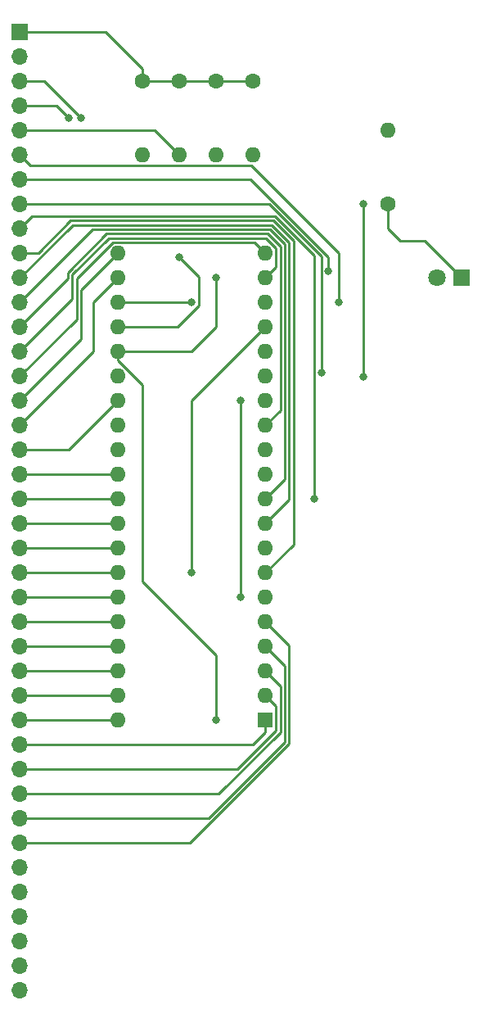
<source format=gbr>
%TF.GenerationSoftware,KiCad,Pcbnew,5.1.6-c6e7f7d~87~ubuntu18.04.1*%
%TF.CreationDate,2020-07-13T16:41:44+01:00*%
%TF.ProjectId,Z80_Rev2,5a38305f-5265-4763-922e-6b696361645f,rev?*%
%TF.SameCoordinates,Original*%
%TF.FileFunction,Copper,L1,Top*%
%TF.FilePolarity,Positive*%
%FSLAX46Y46*%
G04 Gerber Fmt 4.6, Leading zero omitted, Abs format (unit mm)*
G04 Created by KiCad (PCBNEW 5.1.6-c6e7f7d~87~ubuntu18.04.1) date 2020-07-13 16:41:44*
%MOMM*%
%LPD*%
G01*
G04 APERTURE LIST*
%TA.AperFunction,ComponentPad*%
%ADD10O,1.600000X1.600000*%
%TD*%
%TA.AperFunction,ComponentPad*%
%ADD11R,1.600000X1.600000*%
%TD*%
%TA.AperFunction,ComponentPad*%
%ADD12C,1.600000*%
%TD*%
%TA.AperFunction,ComponentPad*%
%ADD13O,1.700000X1.700000*%
%TD*%
%TA.AperFunction,ComponentPad*%
%ADD14R,1.700000X1.700000*%
%TD*%
%TA.AperFunction,ComponentPad*%
%ADD15C,1.800000*%
%TD*%
%TA.AperFunction,ComponentPad*%
%ADD16R,1.800000X1.800000*%
%TD*%
%TA.AperFunction,ViaPad*%
%ADD17C,0.800000*%
%TD*%
%TA.AperFunction,Conductor*%
%ADD18C,0.250000*%
%TD*%
G04 APERTURE END LIST*
D10*
%TO.P,U1,40*%
%TO.N,A10*%
X88900000Y-101600000D03*
%TO.P,U1,20*%
%TO.N,IORQ*%
X104140000Y-53340000D03*
%TO.P,U1,39*%
%TO.N,A9*%
X88900000Y-99060000D03*
%TO.P,U1,19*%
%TO.N,MREQ*%
X104140000Y-55880000D03*
%TO.P,U1,38*%
%TO.N,A8*%
X88900000Y-96520000D03*
%TO.P,U1,18*%
%TO.N,Net-(D1-Pad2)*%
X104140000Y-58420000D03*
%TO.P,U1,37*%
%TO.N,A7*%
X88900000Y-93980000D03*
%TO.P,U1,17*%
%TO.N,NMI*%
X104140000Y-60960000D03*
%TO.P,U1,36*%
%TO.N,A6*%
X88900000Y-91440000D03*
%TO.P,U1,16*%
%TO.N,INT*%
X104140000Y-63500000D03*
%TO.P,U1,35*%
%TO.N,A5*%
X88900000Y-88900000D03*
%TO.P,U1,15*%
%TO.N,D1*%
X104140000Y-66040000D03*
%TO.P,U1,34*%
%TO.N,A4*%
X88900000Y-86360000D03*
%TO.P,U1,14*%
%TO.N,D0*%
X104140000Y-68580000D03*
%TO.P,U1,33*%
%TO.N,A3*%
X88900000Y-83820000D03*
%TO.P,U1,13*%
%TO.N,D7*%
X104140000Y-71120000D03*
%TO.P,U1,32*%
%TO.N,A2*%
X88900000Y-81280000D03*
%TO.P,U1,12*%
%TO.N,D2*%
X104140000Y-73660000D03*
%TO.P,U1,31*%
%TO.N,A1*%
X88900000Y-78740000D03*
%TO.P,U1,11*%
%TO.N,+5V*%
X104140000Y-76200000D03*
%TO.P,U1,30*%
%TO.N,A0*%
X88900000Y-76200000D03*
%TO.P,U1,10*%
%TO.N,D6*%
X104140000Y-78740000D03*
%TO.P,U1,29*%
%TO.N,GND*%
X88900000Y-73660000D03*
%TO.P,U1,9*%
%TO.N,D5*%
X104140000Y-81280000D03*
%TO.P,U1,28*%
%TO.N,Net-(U1-Pad28)*%
X88900000Y-71120000D03*
%TO.P,U1,8*%
%TO.N,D3*%
X104140000Y-83820000D03*
%TO.P,U1,27*%
%TO.N,M1*%
X88900000Y-68580000D03*
%TO.P,U1,7*%
%TO.N,D4*%
X104140000Y-86360000D03*
%TO.P,U1,26*%
%TO.N,RESET*%
X88900000Y-66040000D03*
%TO.P,U1,6*%
%TO.N,CLK*%
X104140000Y-88900000D03*
%TO.P,U1,25*%
%TO.N,BUSREQ*%
X88900000Y-63500000D03*
%TO.P,U1,5*%
%TO.N,A15*%
X104140000Y-91440000D03*
%TO.P,U1,24*%
%TO.N,WAIT*%
X88900000Y-60960000D03*
%TO.P,U1,4*%
%TO.N,A14*%
X104140000Y-93980000D03*
%TO.P,U1,23*%
%TO.N,BUSACK*%
X88900000Y-58420000D03*
%TO.P,U1,3*%
%TO.N,A13*%
X104140000Y-96520000D03*
%TO.P,U1,22*%
%TO.N,WR*%
X88900000Y-55880000D03*
%TO.P,U1,2*%
%TO.N,A12*%
X104140000Y-99060000D03*
%TO.P,U1,21*%
%TO.N,RD*%
X88900000Y-53340000D03*
D11*
%TO.P,U1,1*%
%TO.N,A11*%
X104140000Y-101600000D03*
%TD*%
D10*
%TO.P,R5,2*%
%TO.N,GND*%
X116840000Y-40640000D03*
D12*
%TO.P,R5,1*%
%TO.N,Net-(D1-Pad1)*%
X116840000Y-48260000D03*
%TD*%
D10*
%TO.P,R4,2*%
%TO.N,BUSREQ*%
X99060000Y-43180000D03*
D12*
%TO.P,R4,1*%
%TO.N,+5V*%
X99060000Y-35560000D03*
%TD*%
D10*
%TO.P,R3,2*%
%TO.N,WAIT*%
X91440000Y-43180000D03*
D12*
%TO.P,R3,1*%
%TO.N,+5V*%
X91440000Y-35560000D03*
%TD*%
D10*
%TO.P,R2,2*%
%TO.N,INT*%
X95250000Y-43180000D03*
D12*
%TO.P,R2,1*%
%TO.N,+5V*%
X95250000Y-35560000D03*
%TD*%
D10*
%TO.P,R1,2*%
%TO.N,NMI*%
X102870000Y-43180000D03*
D12*
%TO.P,R1,1*%
%TO.N,+5V*%
X102870000Y-35560000D03*
%TD*%
D13*
%TO.P,J1,40*%
%TO.N,Net-(J1-Pad40)*%
X78740000Y-129540000D03*
%TO.P,J1,39*%
%TO.N,Net-(J1-Pad39)*%
X78740000Y-127000000D03*
%TO.P,J1,38*%
%TO.N,BUSACK*%
X78740000Y-124460000D03*
%TO.P,J1,37*%
%TO.N,BUSREQ*%
X78740000Y-121920000D03*
%TO.P,J1,36*%
%TO.N,WAIT*%
X78740000Y-119380000D03*
%TO.P,J1,35*%
%TO.N,NMI*%
X78740000Y-116840000D03*
%TO.P,J1,34*%
%TO.N,A15*%
X78740000Y-114300000D03*
%TO.P,J1,33*%
%TO.N,A14*%
X78740000Y-111760000D03*
%TO.P,J1,32*%
%TO.N,A13*%
X78740000Y-109220000D03*
%TO.P,J1,31*%
%TO.N,A12*%
X78740000Y-106680000D03*
%TO.P,J1,30*%
%TO.N,A11*%
X78740000Y-104140000D03*
%TO.P,J1,29*%
%TO.N,A10*%
X78740000Y-101600000D03*
%TO.P,J1,28*%
%TO.N,A9*%
X78740000Y-99060000D03*
%TO.P,J1,27*%
%TO.N,A8*%
X78740000Y-96520000D03*
%TO.P,J1,26*%
%TO.N,A7*%
X78740000Y-93980000D03*
%TO.P,J1,25*%
%TO.N,A6*%
X78740000Y-91440000D03*
%TO.P,J1,24*%
%TO.N,A5*%
X78740000Y-88900000D03*
%TO.P,J1,23*%
%TO.N,A4*%
X78740000Y-86360000D03*
%TO.P,J1,22*%
%TO.N,A3*%
X78740000Y-83820000D03*
%TO.P,J1,21*%
%TO.N,A2*%
X78740000Y-81280000D03*
%TO.P,J1,20*%
%TO.N,A1*%
X78740000Y-78740000D03*
%TO.P,J1,19*%
%TO.N,A0*%
X78740000Y-76200000D03*
%TO.P,J1,18*%
%TO.N,M1*%
X78740000Y-73660000D03*
%TO.P,J1,17*%
%TO.N,WR*%
X78740000Y-71120000D03*
%TO.P,J1,16*%
%TO.N,RD*%
X78740000Y-68580000D03*
%TO.P,J1,15*%
%TO.N,IORQ*%
X78740000Y-66040000D03*
%TO.P,J1,14*%
%TO.N,MREQ*%
X78740000Y-63500000D03*
%TO.P,J1,13*%
%TO.N,D7*%
X78740000Y-60960000D03*
%TO.P,J1,12*%
%TO.N,D6*%
X78740000Y-58420000D03*
%TO.P,J1,11*%
%TO.N,D5*%
X78740000Y-55880000D03*
%TO.P,J1,10*%
%TO.N,D4*%
X78740000Y-53340000D03*
%TO.P,J1,9*%
%TO.N,D3*%
X78740000Y-50800000D03*
%TO.P,J1,8*%
%TO.N,D2*%
X78740000Y-48260000D03*
%TO.P,J1,7*%
%TO.N,D1*%
X78740000Y-45720000D03*
%TO.P,J1,6*%
%TO.N,D0*%
X78740000Y-43180000D03*
%TO.P,J1,5*%
%TO.N,INT*%
X78740000Y-40640000D03*
%TO.P,J1,4*%
%TO.N,RESET*%
X78740000Y-38100000D03*
%TO.P,J1,3*%
%TO.N,CLK*%
X78740000Y-35560000D03*
%TO.P,J1,2*%
%TO.N,GND*%
X78740000Y-33020000D03*
D14*
%TO.P,J1,1*%
%TO.N,+5V*%
X78740000Y-30480000D03*
%TD*%
D15*
%TO.P,D1,2*%
%TO.N,Net-(D1-Pad2)*%
X121920000Y-55880000D03*
D16*
%TO.P,D1,1*%
%TO.N,Net-(D1-Pad1)*%
X124460000Y-55880000D03*
%TD*%
D17*
%TO.N,+5V*%
X114300000Y-48260000D03*
X114255001Y-66084999D03*
%TO.N,BUSACK*%
X101600000Y-88900000D03*
X101600000Y-68580000D03*
X96520000Y-58420000D03*
%TO.N,BUSREQ*%
X99060000Y-101600000D03*
X99060000Y-55880000D03*
%TO.N,WAIT*%
X95262059Y-53780109D03*
%TO.N,NMI*%
X96520000Y-86360000D03*
%TO.N,D3*%
X109220000Y-78740000D03*
%TO.N,D2*%
X109945000Y-65707180D03*
%TO.N,D1*%
X110670000Y-55164460D03*
%TO.N,D0*%
X111760000Y-58420000D03*
%TO.N,RESET*%
X83820000Y-39370000D03*
%TO.N,CLK*%
X85090000Y-39370000D03*
%TD*%
D18*
%TO.N,+5V*%
X78740000Y-30480000D02*
X85090000Y-30480000D01*
X85090000Y-30480000D02*
X87630000Y-30480000D01*
X87630000Y-30480000D02*
X88900000Y-31750000D01*
X91440000Y-35560000D02*
X102870000Y-35560000D01*
X91440000Y-34290000D02*
X87630000Y-30480000D01*
X91440000Y-35560000D02*
X91440000Y-34290000D01*
X114300000Y-48260000D02*
X114300000Y-66040000D01*
X114300000Y-66040000D02*
X114255001Y-66084999D01*
%TO.N,Net-(D1-Pad1)*%
X116840000Y-48260000D02*
X116840000Y-50800000D01*
X116840000Y-50800000D02*
X118110000Y-52070000D01*
X120650000Y-52070000D02*
X124460000Y-55880000D01*
X118110000Y-52070000D02*
X120650000Y-52070000D01*
%TO.N,BUSACK*%
X101600000Y-88900000D02*
X101600000Y-68580000D01*
X96520000Y-58420000D02*
X88900000Y-58420000D01*
%TO.N,BUSREQ*%
X99060000Y-94854998D02*
X91440000Y-87234998D01*
X99060000Y-101600000D02*
X99060000Y-94854998D01*
X88900000Y-64374998D02*
X88900000Y-63500000D01*
X91440000Y-66914998D02*
X88900000Y-64374998D01*
X91440000Y-87234998D02*
X91440000Y-66914998D01*
X99060000Y-55880000D02*
X99060000Y-60960000D01*
X96520000Y-63500000D02*
X88900000Y-63500000D01*
X99060000Y-60960000D02*
X96520000Y-63500000D01*
%TO.N,WAIT*%
X97245001Y-55763051D02*
X95262059Y-53780109D01*
X97245001Y-58768001D02*
X97245001Y-55763051D01*
X88900000Y-60960000D02*
X95053002Y-60960000D01*
X95053002Y-60960000D02*
X97245001Y-58768001D01*
%TO.N,NMI*%
X96520000Y-68580000D02*
X104140000Y-60960000D01*
X96520000Y-86360000D02*
X96520000Y-68580000D01*
%TO.N,A15*%
X106615028Y-104040384D02*
X96355412Y-114300000D01*
X106615028Y-93915028D02*
X106615028Y-104040384D01*
X96355412Y-114300000D02*
X78740000Y-114300000D01*
X104140000Y-91440000D02*
X106615028Y-93915028D01*
%TO.N,A14*%
X98259002Y-111760000D02*
X78740000Y-111760000D01*
X106165019Y-103853983D02*
X98259002Y-111760000D01*
X106165019Y-96005019D02*
X106165019Y-103853983D01*
X104140000Y-93980000D02*
X106165019Y-96005019D01*
%TO.N,A13*%
X99341412Y-109220000D02*
X78740000Y-109220000D01*
X105715010Y-98095010D02*
X105715010Y-102846402D01*
X105715010Y-102846402D02*
X99341412Y-109220000D01*
X104140000Y-96520000D02*
X105715010Y-98095010D01*
%TO.N,A12*%
X105265001Y-100185001D02*
X105265001Y-102660001D01*
X101245002Y-106680000D02*
X78740000Y-106680000D01*
X105265001Y-102660001D02*
X101245002Y-106680000D01*
X104140000Y-99060000D02*
X105265001Y-100185001D01*
%TO.N,A11*%
X104140000Y-101600000D02*
X104140000Y-102870000D01*
X102870000Y-104140000D02*
X78740000Y-104140000D01*
X104140000Y-102870000D02*
X102870000Y-104140000D01*
%TO.N,A10*%
X78740000Y-101600000D02*
X88900000Y-101600000D01*
%TO.N,A9*%
X78740000Y-99060000D02*
X88900000Y-99060000D01*
%TO.N,A8*%
X78740000Y-96520000D02*
X88900000Y-96520000D01*
%TO.N,A7*%
X78740000Y-93980000D02*
X88900000Y-93980000D01*
%TO.N,A6*%
X78740000Y-91440000D02*
X88900000Y-91440000D01*
%TO.N,A5*%
X78740000Y-88900000D02*
X88900000Y-88900000D01*
%TO.N,A4*%
X78740000Y-86360000D02*
X88900000Y-86360000D01*
%TO.N,A3*%
X88900000Y-83820000D02*
X78740000Y-83820000D01*
%TO.N,A2*%
X78740000Y-81280000D02*
X88900000Y-81280000D01*
%TO.N,A1*%
X88900000Y-78740000D02*
X78740000Y-78740000D01*
%TO.N,A0*%
X78740000Y-76200000D02*
X88900000Y-76200000D01*
%TO.N,M1*%
X83820000Y-73660000D02*
X88900000Y-68580000D01*
X78740000Y-73660000D02*
X83820000Y-73660000D01*
%TO.N,WR*%
X78740000Y-71120000D02*
X86360000Y-63500000D01*
X86360000Y-58420000D02*
X88900000Y-55880000D01*
X86360000Y-63500000D02*
X86360000Y-58420000D01*
%TO.N,RD*%
X88900000Y-53340000D02*
X85090000Y-57150000D01*
X85090000Y-62230000D02*
X78740000Y-68580000D01*
X85090000Y-57150000D02*
X85090000Y-62230000D01*
%TO.N,IORQ*%
X103014999Y-52214999D02*
X104140000Y-53340000D01*
X84639990Y-55935008D02*
X88359999Y-52214999D01*
X88359999Y-52214999D02*
X103014999Y-52214999D01*
X84639990Y-60140010D02*
X84639990Y-55935008D01*
X78740000Y-66040000D02*
X84639990Y-60140010D01*
%TO.N,MREQ*%
X105265001Y-54754999D02*
X104140000Y-55880000D01*
X78740000Y-63500000D02*
X84189980Y-58050020D01*
X84189980Y-55510020D02*
X87935010Y-51764990D01*
X84189980Y-58050020D02*
X84189980Y-55510020D01*
X105265001Y-52799999D02*
X105265001Y-54754999D01*
X87935010Y-51764990D02*
X104229992Y-51764990D01*
X104229992Y-51764990D02*
X105265001Y-52799999D01*
%TO.N,D7*%
X105715011Y-69544989D02*
X104140000Y-71120000D01*
X105715011Y-52613599D02*
X105715011Y-69544989D01*
X104416393Y-51314981D02*
X105715011Y-52613599D01*
X83739971Y-55323619D02*
X87748610Y-51314980D01*
X83739970Y-55960030D02*
X83739971Y-55323619D01*
X87748610Y-51314980D02*
X104416393Y-51314981D01*
X78740000Y-60960000D02*
X83739970Y-55960030D01*
%TO.N,D6*%
X106165021Y-76714979D02*
X104140000Y-78740000D01*
X104602794Y-50864972D02*
X106165021Y-52427199D01*
X106165021Y-52427199D02*
X106165021Y-76714979D01*
X86295028Y-50864972D02*
X104602794Y-50864972D01*
X78740000Y-58420000D02*
X86295028Y-50864972D01*
%TO.N,D5*%
X106615031Y-78804969D02*
X104140000Y-81280000D01*
X106615031Y-52240799D02*
X106615031Y-78804969D01*
X104789195Y-50414963D02*
X106615031Y-52240799D01*
X84205037Y-50414963D02*
X104789195Y-50414963D01*
X78740000Y-55880000D02*
X84205037Y-50414963D01*
%TO.N,D4*%
X84018636Y-49964954D02*
X80643590Y-53340000D01*
X80643590Y-53340000D02*
X78740000Y-53340000D01*
X104975595Y-49964953D02*
X84018636Y-49964954D01*
X107065040Y-52054398D02*
X104975595Y-49964953D01*
X104140000Y-86360000D02*
X107065041Y-83434959D01*
X107065041Y-83434959D02*
X107065040Y-52054398D01*
%TO.N,D3*%
X80025056Y-49514944D02*
X78740000Y-50800000D01*
X105161996Y-49514944D02*
X80025056Y-49514944D01*
X109220000Y-53572950D02*
X105161996Y-49514944D01*
X109220000Y-78740000D02*
X109220000Y-53572950D01*
%TO.N,D2*%
X104543462Y-48260000D02*
X78740000Y-48260000D01*
X109945000Y-53661538D02*
X104543462Y-48260000D01*
X109945000Y-65707180D02*
X109945000Y-53661538D01*
%TO.N,D1*%
X110670000Y-53750128D02*
X102639872Y-45720000D01*
X102639872Y-45720000D02*
X78740000Y-45720000D01*
X110670000Y-55164460D02*
X110670000Y-53750128D01*
%TO.N,D0*%
X79865001Y-44305001D02*
X78740000Y-43180000D01*
X102725001Y-44305001D02*
X79865001Y-44305001D01*
X111760000Y-53340000D02*
X102725001Y-44305001D01*
X111760000Y-58420000D02*
X111760000Y-53340000D01*
%TO.N,INT*%
X92710000Y-40640000D02*
X95250000Y-43180000D01*
X78740000Y-40640000D02*
X92710000Y-40640000D01*
%TO.N,RESET*%
X82550000Y-38100000D02*
X78740000Y-38100000D01*
X83820000Y-39370000D02*
X82550000Y-38100000D01*
%TO.N,CLK*%
X81280000Y-35560000D02*
X78740000Y-35560000D01*
X85090000Y-39370000D02*
X81280000Y-35560000D01*
%TD*%
M02*

</source>
